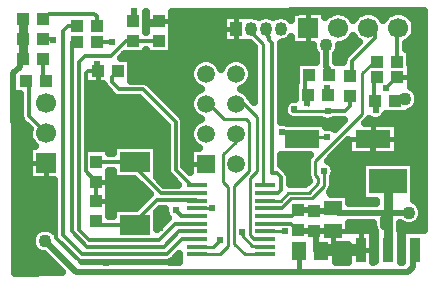
<source format=gbr>
G04 DipTrace 3.3.1.3*
G04 Top.gbr*
%MOIN*%
G04 #@! TF.FileFunction,Copper,L1,Top*
G04 #@! TF.Part,Single*
G04 #@! TA.AperFunction,Conductor*
%ADD10C,0.009843*%
%ADD14C,0.011811*%
%ADD15C,0.019685*%
%ADD16C,0.031496*%
%ADD18C,0.03937*%
G04 #@! TA.AperFunction,CopperBalancing*
%ADD19C,0.015748*%
%ADD20C,0.025*%
%ADD21R,0.043307X0.03937*%
%ADD22R,0.03937X0.043307*%
%ADD23R,0.059055X0.051181*%
%ADD24R,0.051181X0.059055*%
G04 #@! TA.AperFunction,ComponentPad*
%ADD29R,0.05937X0.05937*%
%ADD30C,0.05937*%
%ADD33R,0.066929X0.066929*%
%ADD34C,0.066929*%
%ADD35R,0.11811X0.059055*%
G04 #@! TA.AperFunction,ComponentPad*
%ADD36R,0.041339X0.045276*%
%ADD37O,0.041339X0.045276*%
%ADD38R,0.070866X0.015748*%
%ADD40R,0.037402X0.084646*%
%ADD41R,0.127953X0.084646*%
%ADD43R,0.102362X0.066929*%
G04 #@! TA.AperFunction,ViaPad*
%ADD44C,0.024409*%
%ADD45C,0.043307*%
%FSLAX26Y26*%
G04*
G70*
G90*
G75*
G01*
G04 Top*
%LPD*%
X1258933Y604917D2*
D14*
X1348066D1*
X1366941Y623793D1*
D15*
X1422144D1*
Y622811D1*
X1485049Y630680D2*
X1466774D1*
Y619430D1*
X959604Y623744D2*
D14*
X978430Y604917D1*
X1030587D1*
X1422144Y622811D2*
D15*
X1477180D1*
X1485049Y630680D1*
X1723600Y994706D2*
X1697636D1*
X1691933Y989003D1*
X1460541Y1175923D2*
Y1101314D1*
X1471913Y1089941D1*
Y1074643D1*
X1485049Y630680D2*
D14*
X1501581Y614147D1*
D15*
X1649643D1*
D14*
Y568180D1*
X1651903D1*
D15*
Y597522D1*
X1669370Y614990D1*
X1736902D1*
X1667029Y720029D2*
D16*
Y566820D1*
Y491683D1*
X1485049Y630680D2*
D14*
X1500739Y614990D1*
X1669370D1*
X1667029Y491683D2*
D3*
X1651903Y568180D2*
X1665670D1*
X1667029Y566820D1*
X816451Y1255728D2*
D15*
X820332D1*
Y1287016D1*
X459092Y1053182D2*
D14*
X469836Y1063927D1*
Y937976D1*
X527479Y880333D1*
X816451Y1188799D2*
X903728D1*
Y1189049D1*
X1030587Y579327D2*
X958234D1*
X904017Y525110D1*
X670570D1*
X638475Y557205D1*
Y1119062D1*
X658314Y1138900D1*
X742797D1*
X792696Y1188799D1*
X816451D1*
X1401112Y1006999D2*
X1389810D1*
Y1059469D1*
X1404984Y1074643D1*
X1401112Y1006999D2*
D10*
Y974980D1*
X1396182Y979909D1*
X1324392Y553239D2*
X1258436D1*
X1258933Y553736D1*
X1108686Y525858D2*
X1085383Y502555D1*
X1030587D1*
X1211427Y1228508D2*
X1200969D1*
X1249898Y1179579D1*
Y707280D1*
D14*
X1258933D1*
X1160412Y878052D2*
D10*
Y852916D1*
X1117759Y810262D1*
Y717175D1*
X1134567Y700366D1*
Y503944D1*
X1107588Y476965D1*
X1030587D1*
X1258933Y681689D2*
D14*
X1301551D1*
X1310543Y690681D1*
Y733458D1*
X1297029Y746972D1*
X1279953D1*
Y1182135D1*
X1271501Y1190587D1*
Y1200797D1*
X1268171D1*
Y1236039D1*
X1260639Y1228508D1*
X694500Y719108D2*
Y654923D1*
X693262D1*
X1258933Y579327D2*
X1344478D1*
X1366941Y556864D1*
X1422144Y555882D2*
D15*
X1367923D1*
D14*
X1366941Y556864D1*
X1444198Y489563D2*
X1427873D1*
D15*
Y550154D1*
D14*
X1422144Y555882D1*
D15*
X1485049Y555877D1*
X1661156Y1030056D2*
D14*
Y1031793D1*
X1698541Y1069177D1*
X1468041Y1006999D2*
Y1025633D1*
X1463766Y1029907D1*
X699130Y1088647D2*
X668407D1*
X660281Y1080521D1*
Y753327D1*
X694500Y719108D1*
X698232Y1112556D2*
X701209D1*
Y1086568D1*
X699130Y1088647D1*
X450182Y1126546D2*
X450050Y1126678D1*
D16*
Y1194100D1*
D14*
X449736Y1194413D1*
D16*
Y1260046D1*
X450182Y1126546D2*
D14*
X440403Y1116766D1*
D15*
Y1102365D1*
X418601Y1080563D1*
Y918130D1*
D14*
X432942Y903789D1*
X725780Y448820D2*
X727820Y450861D1*
D15*
X946457D1*
X725780Y448820D2*
D14*
X723127Y451472D1*
D15*
X642949D1*
D14*
X561995Y532427D1*
Y593087D1*
X508112Y646970D1*
X1444198Y489563D2*
X1446318Y491683D1*
D18*
X1576478D1*
X1030587Y528146D2*
D14*
X980333D1*
X930608Y478420D1*
X648492D1*
X584390Y542522D1*
Y1221727D1*
X601455Y1238793D1*
X629440D1*
X629504Y1184180D2*
X629000Y1183676D1*
X613608D1*
Y553176D1*
X664188Y502596D1*
X920142D1*
X971282Y553736D1*
X1030587D1*
X1179707Y549965D2*
D10*
Y539642D1*
X1214484Y504865D1*
X1258933D1*
Y502555D1*
X1160412Y978052D2*
X1188692D1*
X1231513Y935231D1*
Y755396D1*
X1207056Y730940D1*
Y540885D1*
X1219795Y528146D1*
X1258933D1*
X823550Y784507D2*
D14*
X805971D1*
X910139Y680339D1*
X1030587D1*
Y681689D1*
X694500Y786037D2*
X696030Y784507D1*
X823550D1*
Y575845D2*
Y586038D1*
X895814Y658302D1*
X1028383D1*
X1030587Y656098D1*
X693262Y587993D2*
X705411Y575845D1*
X823550D1*
X1030587Y707280D2*
X1011220D1*
X959152Y759348D1*
Y917427D1*
X850007Y1026572D1*
X770673D1*
X746934Y1050311D1*
Y1069522D1*
X766059Y1088647D1*
X1631612Y1069177D2*
X1619365Y1056930D1*
Y994642D1*
X1625004Y989003D1*
X1379815Y862413D2*
D10*
X1384413Y867012D1*
X1465445D1*
X1625934Y956643D2*
Y988072D1*
X1625004Y989003D1*
X1030587Y630508D2*
X1081157D1*
X1313625Y884098D2*
X1358130D1*
X1379815Y862413D1*
X1602024Y1230612D2*
D14*
X1624554D1*
Y1196707D1*
X1547731Y1119885D1*
Y1071622D1*
X1541668D1*
X1696577Y1119427D2*
Y1225165D1*
X1702024Y1230612D1*
X1369395Y489563D2*
D19*
Y417287D1*
D15*
X628219D1*
X523999Y521508D1*
X1757581Y491683D2*
D14*
X1749188Y483291D1*
D15*
Y433683D1*
X1732793Y417287D1*
X1369395D1*
X1060412Y978052D2*
D10*
X1072083D1*
X1120751Y929385D1*
X1192802D1*
X1205459Y916727D1*
Y754844D1*
X1153913Y703298D1*
Y512299D1*
X1189248Y476965D1*
X1258941D1*
X1258933Y656098D2*
X1309927D1*
X1335272Y681444D1*
X1402717D1*
X1434273Y713000D1*
Y732690D1*
X1425496Y741467D1*
Y788638D1*
X1465374Y828516D1*
X1464135D1*
X1580444Y944824D1*
Y1080051D1*
X1619819Y1119427D1*
X1629648D1*
X1258933Y630508D2*
D14*
X1309907D1*
D10*
X1342945Y663546D1*
X1413419D1*
X1454488Y704615D1*
Y755122D1*
X1466428Y953657D2*
D14*
X1523575D1*
X1541668Y971751D1*
Y1004693D1*
X1354781Y959885D2*
D10*
X1348554Y953657D1*
X1466428D1*
X526021Y1053182D2*
D14*
X517112Y1062092D1*
Y1126546D1*
X696433Y1184180D2*
X747938D1*
X551487Y1191367D2*
Y1194100D1*
X516979D1*
X516665Y1260046D2*
X536081Y1279462D1*
X686783D1*
X696369Y1269877D1*
Y1238793D1*
D44*
X959604Y623744D3*
D45*
X1723600Y994706D3*
X1460541Y1175923D3*
X1736902Y614990D3*
D44*
X820332Y1287016D3*
D3*
X1396182Y979909D3*
X1324392Y553239D3*
X1108686Y525858D3*
X1179707Y549965D3*
X1465445Y867012D3*
X1625934Y956643D3*
X1081157Y630508D3*
X1313625Y884098D3*
D45*
X523999Y521508D3*
D44*
X1454488Y755122D3*
X1466428Y953657D3*
X1354781Y959885D3*
X1466428Y953657D3*
X747938Y1184180D3*
X551487Y1191367D3*
X1700173Y854752D3*
X1483399Y696827D3*
X1661156Y1030056D3*
X1463766Y1029907D3*
X1319343Y1127322D3*
X1777290Y1031706D3*
X1504365Y916010D3*
X1311661Y963390D3*
X872705Y1244102D3*
X963196Y1192039D3*
X947177Y723451D3*
X946457Y450861D3*
X698232Y1112556D3*
X867175Y921425D3*
X906633Y565552D3*
X1533874Y719684D3*
X1506896Y757336D3*
X918259Y1063270D3*
X1341060Y737041D3*
X1508751Y1142529D3*
X508112Y646970D3*
X1060698Y1252622D3*
X767366Y900638D3*
X1771133Y824934D3*
X1618567Y820385D3*
X904780Y839104D3*
X786585Y1145883D3*
X775945Y688042D3*
X1490920Y496319D3*
X432942Y903789D3*
X430747Y818063D3*
X1550315Y1271699D3*
X1550454Y646541D3*
X1617467Y647581D3*
X704062Y876462D3*
X1774556Y768814D3*
X725780Y448820D3*
X949243Y1263979D2*
D20*
X1115733D1*
X1750465D2*
X1783430D1*
X949243Y1239110D2*
X1115733D1*
X1760692D2*
X1783466D1*
X949243Y1214241D2*
X1115733D1*
X1758898D2*
X1783502D1*
X949243Y1189373D2*
X1115733D1*
X1543557D2*
X1560482D1*
X1743575D2*
X1783538D1*
X949243Y1164504D2*
X1219152D1*
X1311673D2*
X1414541D1*
X1506560D2*
X1548497D1*
X1728324D2*
X1783574D1*
X787369Y1139635D2*
X1219152D1*
X1311673D2*
X1424876D1*
X1496226D2*
X1523665D1*
X1744042D2*
X1783610D1*
X813529Y1114766D2*
X1019671D1*
X1101141D2*
X1119681D1*
X1201150D2*
X1219152D1*
X1311673D2*
X1357521D1*
X1744042D2*
X1783646D1*
X813529Y1089898D2*
X1006251D1*
X1311673D2*
X1357521D1*
X1746015D2*
X1783682D1*
X813529Y1065029D2*
X1006538D1*
X1311673D2*
X1357521D1*
X1746015D2*
X1783718D1*
X670207Y1040160D2*
X717024D1*
X880273D2*
X1020856D1*
X1200002D2*
X1219152D1*
X1311673D2*
X1353646D1*
X1746015D2*
X1783753D1*
X670207Y1015291D2*
X738124D1*
X905141D2*
X1020174D1*
X1200647D2*
X1219152D1*
X1311673D2*
X1353646D1*
X1766111D2*
X1783789D1*
X670207Y990423D2*
X842332D1*
X930009D2*
X1006358D1*
X1311673D2*
X1334125D1*
X1770883D2*
X1783825D1*
X670207Y965554D2*
X867200D1*
X954877D2*
X1006394D1*
X1760369D2*
X1783861D1*
X670207Y940685D2*
X892067D1*
X979744D2*
X1020317D1*
X1660180D2*
X1783861D1*
X426626Y915816D2*
X448144D1*
X670207D2*
X916935D1*
X990869D2*
X1020712D1*
X1332127D2*
X1508988D1*
X1593902D2*
X1783897D1*
X426626Y890948D2*
X469172D1*
X670207D2*
X927413D1*
X990869D2*
X1006502D1*
X1702237D2*
X1783933D1*
X426626Y866079D2*
X469997D1*
X670207D2*
X927413D1*
X990869D2*
X1006287D1*
X1702237D2*
X1783969D1*
X426626Y841210D2*
X483813D1*
X670207D2*
X746557D1*
X900548D2*
X927413D1*
X990869D2*
X1019779D1*
X1519263D2*
X1532492D1*
X1702237D2*
X1784005D1*
X426590Y816341D2*
X468203D1*
X900548D2*
X927413D1*
X990869D2*
X1004887D1*
X1494395D2*
X1532492D1*
X1702237D2*
X1784040D1*
X426590Y791472D2*
X468203D1*
X900548D2*
X927413D1*
X990869D2*
X1004887D1*
X1311673D2*
X1394876D1*
X1470784D2*
X1784076D1*
X426590Y766604D2*
X468203D1*
X900548D2*
X927413D1*
X1321254D2*
X1394733D1*
X1490628D2*
X1577240D1*
X1756816D2*
X1784112D1*
X426590Y741735D2*
X468203D1*
X900548D2*
X933334D1*
X1341062D2*
X1394733D1*
X1489910D2*
X1577240D1*
X1756816D2*
X1784148D1*
X426590Y716866D2*
X552675D1*
X740002D2*
X829772D1*
X917449D2*
X957807D1*
X1342282D2*
X1395702D1*
X1485245D2*
X1577240D1*
X1756816D2*
X1784184D1*
X426590Y691997D2*
X552675D1*
X740002D2*
X854640D1*
X1482267D2*
X1577240D1*
X1756816D2*
X1784220D1*
X426554Y667129D2*
X552675D1*
X738782D2*
X860812D1*
X1540399D2*
X1577240D1*
X1756816D2*
X1784256D1*
X426554Y642260D2*
X552675D1*
X738782D2*
X835944D1*
X426554Y617391D2*
X552675D1*
X900548D2*
X922138D1*
X426554Y592522D2*
X552675D1*
X900548D2*
X927593D1*
X426554Y567654D2*
X552675D1*
X1540399D2*
X1616246D1*
X1708588D2*
X1784399D1*
X426554Y542785D2*
X481875D1*
X426518Y517916D2*
X476672D1*
X426518Y493047D2*
X486684D1*
X1495616D2*
X1531954D1*
X426518Y468178D2*
X527915D1*
X1495616D2*
X1531954D1*
X426518Y443310D2*
X552782D1*
X426518Y418441D2*
X577650D1*
X1741556Y1112189D2*
X1743521D1*
Y1035031D1*
X1750039Y1031096D1*
X1755406Y1026512D1*
X1759990Y1021145D1*
X1763677Y1015127D1*
X1766379Y1008606D1*
X1768026Y1001743D1*
X1768580Y994706D1*
X1768026Y987670D1*
X1766379Y980806D1*
X1763677Y974285D1*
X1759990Y968267D1*
X1755406Y962900D1*
X1750039Y958316D1*
X1744020Y954628D1*
X1736902Y951759D1*
X1736914Y945991D1*
X1659798D1*
X1657593Y940512D1*
X1654680Y935758D1*
X1651059Y931518D1*
X1646819Y927897D1*
X1642065Y924984D1*
X1636914Y922851D1*
X1631493Y921549D1*
X1625934Y921112D1*
X1620376Y921549D1*
X1614955Y922851D1*
X1609803Y924984D1*
X1605049Y927897D1*
X1603774Y928903D1*
X1600412Y924844D1*
X1590852Y915284D1*
X1699747Y915268D1*
Y809559D1*
X1534983D1*
Y859416D1*
X1489459Y813756D1*
X1486854Y810170D1*
X1465684Y788877D1*
X1470619Y786781D1*
X1475373Y783868D1*
X1479613Y780247D1*
X1483234Y776007D1*
X1486147Y771253D1*
X1488281Y766102D1*
X1489582Y760680D1*
X1490020Y755122D1*
X1489582Y749564D1*
X1488281Y744142D1*
X1486147Y738991D1*
X1482741Y733612D1*
X1482649Y702399D1*
X1481956Y698021D1*
X1480586Y693805D1*
X1478574Y689856D1*
X1475968Y686270D1*
X1474456Y684635D1*
X1478126Y679597D1*
X1537903D1*
Y647337D1*
X1627930Y647316D1*
X1627954Y654414D1*
X1579726Y654379D1*
Y785679D1*
X1754333D1*
Y656450D1*
X1760404Y653342D1*
X1766114Y649193D1*
X1771105Y644202D1*
X1775254Y638492D1*
X1778458Y632203D1*
X1780639Y625490D1*
X1781743Y618519D1*
Y611460D1*
X1780639Y604489D1*
X1778458Y597776D1*
X1775254Y591487D1*
X1771105Y585777D1*
X1766114Y580786D1*
X1760404Y576637D1*
X1754115Y573433D1*
X1747402Y571252D1*
X1740431Y570148D1*
X1733372D1*
X1726401Y571252D1*
X1719688Y573433D1*
X1713399Y576637D1*
X1707689Y580786D1*
X1706565Y581826D1*
X1706104Y557311D1*
X1709057Y557332D1*
Y450433D1*
X1715570Y450457D1*
X1715553Y557332D1*
X1786927D1*
X1785907Y1288829D1*
X946740Y1286260D1*
Y1144068D1*
X860717D1*
Y1159534D1*
X859464Y1143819D1*
X789023D1*
X776904Y1131666D1*
X811039Y1131659D1*
Y1055835D1*
X852300Y1055714D1*
X856831Y1054997D1*
X861193Y1053579D1*
X865280Y1051497D1*
X868991Y1048801D1*
X929139Y988781D1*
X981381Y936411D1*
X984077Y932700D1*
X986159Y928613D1*
X987577Y924251D1*
X988294Y919720D1*
X988385Y834749D1*
Y771486D1*
X1007400Y752599D1*
Y831064D1*
X1035871D1*
X1029253Y835164D1*
X1022927Y840567D1*
X1017525Y846892D1*
X1013178Y853985D1*
X1009995Y861670D1*
X1008053Y869759D1*
X1007400Y878052D1*
X1008053Y886345D1*
X1009995Y894433D1*
X1013178Y902119D1*
X1017525Y909211D1*
X1022927Y915537D1*
X1029253Y920939D1*
X1036345Y925286D1*
X1042856Y928036D1*
X1036345Y930818D1*
X1029253Y935164D1*
X1022927Y940567D1*
X1017525Y946892D1*
X1013178Y953985D1*
X1009995Y961670D1*
X1008053Y969759D1*
X1007400Y978052D1*
X1008053Y986345D1*
X1009995Y994433D1*
X1013178Y1002119D1*
X1017525Y1009211D1*
X1022927Y1015537D1*
X1029253Y1020939D1*
X1036345Y1025286D1*
X1042856Y1028036D1*
X1036345Y1030818D1*
X1029253Y1035164D1*
X1022927Y1040567D1*
X1017525Y1046892D1*
X1013178Y1053985D1*
X1009995Y1061670D1*
X1008053Y1069759D1*
X1007400Y1078052D1*
X1008053Y1086345D1*
X1009995Y1094433D1*
X1013178Y1102119D1*
X1017525Y1109211D1*
X1022927Y1115537D1*
X1029253Y1120939D1*
X1036345Y1125286D1*
X1044031Y1128469D1*
X1052119Y1130411D1*
X1060412Y1131064D1*
X1068705Y1130411D1*
X1076794Y1128469D1*
X1084479Y1125286D1*
X1091572Y1120939D1*
X1097897Y1115537D1*
X1103300Y1109211D1*
X1107646Y1102119D1*
X1110396Y1095608D1*
X1113178Y1102119D1*
X1117525Y1109211D1*
X1122927Y1115537D1*
X1129253Y1120939D1*
X1136345Y1125286D1*
X1144031Y1128469D1*
X1152119Y1130411D1*
X1160412Y1131064D1*
X1168705Y1130411D1*
X1176794Y1128469D1*
X1184479Y1125286D1*
X1191572Y1120939D1*
X1197897Y1115537D1*
X1203300Y1109211D1*
X1207646Y1102119D1*
X1210829Y1094433D1*
X1212771Y1086345D1*
X1213424Y1078052D1*
X1212771Y1069759D1*
X1210829Y1061670D1*
X1207646Y1053985D1*
X1203300Y1046892D1*
X1197897Y1040567D1*
X1191572Y1035164D1*
X1184479Y1030818D1*
X1177968Y1028068D1*
X1184479Y1025286D1*
X1191572Y1020939D1*
X1197897Y1015537D1*
X1203300Y1009211D1*
X1207646Y1002119D1*
X1209991Y996706D1*
X1221633Y985060D1*
X1221650Y1167853D1*
X1206757Y1182771D1*
X1206210Y1182543D1*
X1118218D1*
Y1274472D1*
X1206210D1*
Y1274164D1*
X1211427Y1274472D1*
X1218309Y1273931D1*
X1225022Y1272319D1*
X1231400Y1269677D1*
X1235996Y1266932D1*
X1240665Y1269677D1*
X1247044Y1272319D1*
X1253757Y1273931D1*
X1260639Y1274472D1*
X1267522Y1273931D1*
X1274235Y1272319D1*
X1280613Y1269677D1*
X1285209Y1266932D1*
X1289878Y1269677D1*
X1296256Y1272319D1*
X1302969Y1273931D1*
X1309852Y1274472D1*
X1316734Y1273931D1*
X1323447Y1272319D1*
X1329826Y1269677D1*
X1335712Y1266070D1*
X1340962Y1261586D1*
X1345236Y1256602D1*
X1345232Y1287403D1*
X1458815D1*
X1458839Y1267495D1*
X1465141Y1273796D1*
X1472350Y1279034D1*
X1480291Y1283080D1*
X1488766Y1285834D1*
X1497568Y1287228D1*
X1506479D1*
X1515281Y1285834D1*
X1523757Y1283080D1*
X1531697Y1279034D1*
X1538907Y1273796D1*
X1545208Y1267495D1*
X1550446Y1260285D1*
X1552004Y1257504D1*
X1556078Y1263993D1*
X1561866Y1270769D1*
X1568643Y1276557D1*
X1576241Y1281213D1*
X1584474Y1284623D1*
X1593139Y1286704D1*
X1602024Y1287403D1*
X1610908Y1286704D1*
X1619573Y1284623D1*
X1627806Y1281213D1*
X1635405Y1276557D1*
X1642181Y1270769D1*
X1647969Y1263993D1*
X1652004Y1257504D1*
X1656078Y1263993D1*
X1661866Y1270769D1*
X1668643Y1276557D1*
X1676241Y1281213D1*
X1684474Y1284623D1*
X1693139Y1286704D1*
X1702024Y1287403D1*
X1710908Y1286704D1*
X1719573Y1284623D1*
X1727806Y1281213D1*
X1735405Y1276557D1*
X1742181Y1270769D1*
X1747969Y1263993D1*
X1752625Y1256394D1*
X1756035Y1248161D1*
X1758116Y1239496D1*
X1758815Y1230612D1*
X1758116Y1221727D1*
X1756035Y1213062D1*
X1752625Y1204829D1*
X1747969Y1197230D1*
X1742181Y1190454D1*
X1735405Y1184666D1*
X1727806Y1180010D1*
X1725797Y1179084D1*
X1725810Y1162404D1*
X1741558Y1162438D1*
Y1112164D1*
X667672Y831017D2*
X737512D1*
Y813757D1*
X749031Y813739D1*
X749042Y841298D1*
X898058D1*
X898095Y733724D1*
X922225Y709593D1*
X967590Y709571D1*
X936924Y740363D1*
X934228Y744074D1*
X932145Y748161D1*
X930728Y752524D1*
X930010Y757054D1*
X929920Y842025D1*
Y905289D1*
X837874Y997364D1*
X768380Y997430D1*
X763849Y998148D1*
X759486Y999565D1*
X755399Y1001648D1*
X751688Y1004344D1*
X726264Y1029641D1*
X723285Y1033129D1*
X720888Y1037040D1*
X719133Y1041278D1*
X718508Y1043496D1*
X716551Y1045635D1*
X667707Y1045571D1*
Y831019D1*
X737512Y755267D2*
Y674127D1*
X736270D1*
X736274Y605092D1*
X749010Y605077D1*
X749042Y632636D1*
X828862Y632691D1*
X872632Y676461D1*
X821441Y727696D1*
X749042Y727715D1*
Y755310D1*
X737535Y755274D1*
X1356131Y995385D2*
Y1050010D1*
X1359971D1*
X1360004Y1117655D1*
X1427359D1*
X1427371Y1145559D1*
X1424151Y1149484D1*
X1420463Y1155502D1*
X1417762Y1162023D1*
X1416114Y1168886D1*
X1415643Y1173813D1*
X1345232Y1173820D1*
Y1200382D1*
X1340962Y1195429D1*
X1335712Y1190946D1*
X1329826Y1187339D1*
X1323447Y1184697D1*
X1316734Y1183085D1*
X1309191Y1182569D1*
X1309185Y919355D1*
X1313625Y919630D1*
X1319183Y919192D1*
X1324605Y917891D1*
X1330621Y915273D1*
X1462197Y915268D1*
Y902385D1*
X1468233Y902434D1*
X1473740Y901562D1*
X1479042Y899839D1*
X1484010Y897307D1*
X1489137Y893461D1*
X1520105Y924434D1*
X1486650Y924425D1*
X1482559Y921999D1*
X1477408Y919865D1*
X1471986Y918563D1*
X1466428Y918126D1*
X1460869Y918563D1*
X1455448Y919865D1*
X1450297Y921999D1*
X1444918Y925404D1*
X1363076Y925335D1*
X1357569Y924463D1*
X1351993D1*
X1345720Y925551D1*
X1339825Y926792D1*
X1335729Y928488D1*
X1331950Y930804D1*
X1328579Y933683D1*
X1325701Y937054D1*
X1323385Y940833D1*
X1321688Y944928D1*
X1319687Y954326D1*
X1319249Y959885D1*
X1319687Y965443D1*
X1320988Y970864D1*
X1323122Y976015D1*
X1326035Y980769D1*
X1329656Y985009D1*
X1333896Y988630D1*
X1338650Y991543D1*
X1343801Y993677D1*
X1349222Y994979D1*
X1354781Y995416D1*
X1356142Y995363D1*
X1493116Y506956D2*
Y450460D1*
X1534426Y450457D1*
X1534451Y506952D1*
X1493112Y506959D1*
X1537903Y580974D2*
X1538125Y557332D1*
X1618506D1*
Y450462D1*
X1625002Y453592D1*
Y548793D1*
X1622349Y553121D1*
X1620357Y557930D1*
X1619142Y562991D1*
X1618733Y568180D1*
Y580990D1*
X1537936Y580978D1*
X1493714Y1117655D2*
X1516894D1*
X1517029Y1116602D1*
X1518500D1*
X1518859Y1124457D1*
X1519929Y1128918D1*
X1521685Y1133156D1*
X1524082Y1137067D1*
X1527067Y1140561D1*
X1570120Y1183614D1*
X1565141Y1187427D1*
X1558839Y1193729D1*
X1553601Y1200938D1*
X1552043Y1203719D1*
X1547969Y1197230D1*
X1542181Y1190454D1*
X1535405Y1184666D1*
X1527806Y1180010D1*
X1519573Y1176600D1*
X1510908Y1174519D1*
X1505487Y1173956D1*
X1504967Y1168886D1*
X1503320Y1162023D1*
X1500618Y1155502D1*
X1496931Y1149484D1*
X1493704Y1145586D1*
X1493710Y1117683D1*
X859464Y1159535D2*
Y1143819D1*
Y1286032D2*
Y1218067D1*
X860717Y1234882D1*
Y1286060D1*
Y1218025D2*
Y1234029D1*
X440593Y1010171D2*
X424158D1*
X424003Y416235D1*
X581876Y416736D1*
X522020Y476578D1*
X516962Y477081D1*
X510099Y478729D1*
X503578Y481430D1*
X497560Y485118D1*
X492193Y489702D1*
X487609Y495069D1*
X483921Y501087D1*
X481220Y507608D1*
X479572Y514471D1*
X479018Y521508D1*
X479572Y528544D1*
X481220Y535408D1*
X483921Y541929D1*
X487609Y547947D1*
X492193Y553314D1*
X497560Y557898D1*
X503578Y561586D1*
X510099Y564287D1*
X516962Y565934D1*
X523999Y566488D1*
X531035Y565934D1*
X537898Y564287D1*
X544419Y561586D1*
X550437Y557898D1*
X555166Y553904D1*
X555157Y723558D1*
X470688Y723542D1*
Y837125D1*
X490596Y837149D1*
X484295Y843450D1*
X479056Y850660D1*
X475011Y858600D1*
X472257Y867076D1*
X470863Y875878D1*
Y884789D1*
X472257Y893591D1*
X472394Y894077D1*
X447608Y918992D1*
X444911Y922703D1*
X442829Y926790D1*
X441411Y931152D1*
X440694Y935683D1*
X440604Y1010139D1*
X1406469Y809559D2*
X1309151D1*
X1309185Y773522D1*
X1314211Y770622D1*
X1317705Y767636D1*
X1332772Y752443D1*
X1335468Y748732D1*
X1337551Y744645D1*
X1338968Y740282D1*
X1339686Y735752D1*
X1339776Y709667D1*
X1391000Y709692D1*
X1404234Y722910D1*
X1401411Y726708D1*
X1399398Y730657D1*
X1398028Y734873D1*
X1397335Y739251D1*
X1397248Y788638D1*
X1397596Y793057D1*
X1398631Y797367D1*
X1400327Y801462D1*
X1402643Y805242D1*
X1406460Y809551D1*
X971856Y471354D2*
X971827Y478280D1*
X949593Y456191D1*
X945881Y453495D1*
X941794Y451413D1*
X939632Y450616D1*
X958928Y450457D1*
X971810D1*
X971827Y471349D1*
X898058Y619180D2*
Y560473D1*
X935339Y597773D1*
X930858Y602859D1*
X927945Y607613D1*
X925811Y612764D1*
X924510Y618186D1*
X924072Y623744D1*
X924483Y629075D1*
X907920Y629069D1*
X898037Y619185D1*
X1706104Y581839D2*
Y566845D1*
X1486579Y924421D2*
X1482559Y921999D1*
X1477408Y919865D1*
X1471986Y918563D1*
X1466428Y918126D1*
X1460869Y918563D1*
X1455448Y919865D1*
X1450297Y921999D1*
X1444918Y925404D1*
X1698541Y1069177D2*
D19*
X1743485D1*
X694500Y719108D2*
X737476D1*
X693262Y654923D2*
X736239D1*
X1444198Y489563D2*
X1493080D1*
X1485049Y555877D2*
Y506995D1*
Y555877D2*
X1537867D1*
X1007436Y778052D2*
X1060412D1*
X699130Y1088647D2*
Y1045671D1*
X860753Y1255978D2*
X946705D1*
X527479Y780333D2*
Y723578D1*
X470724Y780333D2*
X527479D1*
X1402024Y1287367D2*
Y1173856D1*
X1617365Y915232D2*
Y809595D1*
X1535019Y862413D2*
X1699711D1*
X1162214Y1274436D2*
Y1182579D1*
X1118254Y1228508D2*
X1162214D1*
X1576478Y557296D2*
Y491683D1*
X1534487D2*
X1618470D1*
D21*
X1631612Y1069177D3*
X1698541D3*
D22*
X1366941Y623793D3*
Y556864D3*
X1422144Y622811D3*
Y555882D3*
X694500Y786037D3*
Y719108D3*
X693262Y587993D3*
Y654923D3*
D21*
X1401112Y1006999D3*
X1468041D3*
D24*
X1369395Y489563D3*
X1444198D3*
D23*
X1485049Y630680D3*
Y555877D3*
D21*
X450182Y1126546D3*
X517112D3*
X450050Y1194100D3*
X516979D3*
X449736Y1260046D3*
X516665D3*
D29*
X1060412Y778052D3*
D30*
X1160412Y1078052D3*
Y978052D3*
Y878052D3*
Y778052D3*
X1060412Y878052D3*
Y978052D3*
Y1078052D3*
D21*
X766059Y1088647D3*
X699130D3*
X629504Y1184180D3*
X696433D3*
X629440Y1238793D3*
X696369D3*
X1625004Y989003D3*
X1691933D3*
X1404984Y1074643D3*
X1471913D3*
D22*
X1541668Y1004693D3*
Y1071622D3*
D21*
X1629648Y1119427D3*
X1696577D3*
D22*
X816451Y1188799D3*
Y1255728D3*
X903728Y1189049D3*
Y1255978D3*
D21*
X459092Y1053182D3*
X526021D3*
D33*
X527479Y780333D3*
D34*
Y880333D3*
Y980333D3*
D33*
X1402024Y1230612D3*
D34*
X1502024D3*
X1602024D3*
X1702024D3*
D35*
X1379815Y862413D3*
X1617365D3*
D36*
X1162214Y1228508D3*
D37*
X1211427D3*
X1260639D3*
X1309852D3*
D38*
X1030587Y707280D3*
Y681689D3*
Y656098D3*
Y630508D3*
Y604917D3*
Y579327D3*
Y553736D3*
Y528146D3*
Y502555D3*
Y476965D3*
X1258941D3*
X1258933Y502555D3*
Y528146D3*
Y553736D3*
Y579327D3*
Y604917D3*
Y630508D3*
Y656098D3*
Y681689D3*
Y707280D3*
D40*
X1576478Y491683D3*
X1667029D3*
X1757581D3*
D41*
X1667029Y720029D3*
D43*
X823550Y575845D3*
Y784507D3*
M02*

</source>
